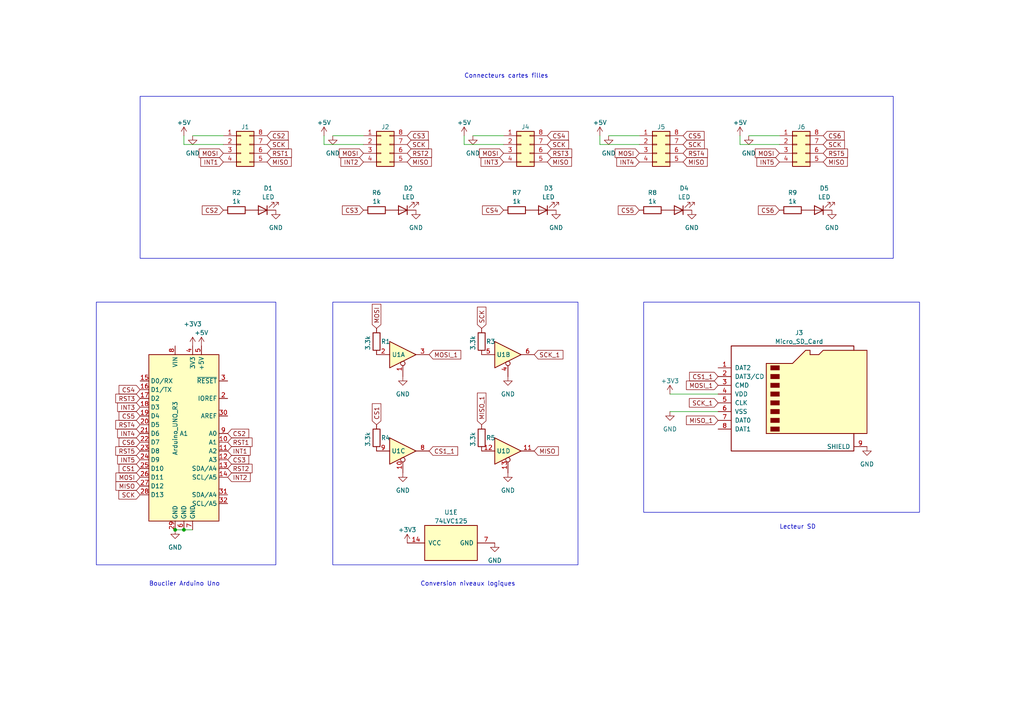
<source format=kicad_sch>
(kicad_sch (version 20230121) (generator eeschema)
  (paper "A4")
  (lib_symbols
    (symbol "74xx:74LVC125" (pin_names (offset 1.016))
      (property "Reference" "U" (at 0 1.27 0))
      (property "Value" "74LVC125" (at 0 -1.27 0))
      (symbol "74LVC125_1_0"
        (polyline (pts (xy -3.81 3.81) (xy -3.81 -3.81) (xy 3.81 0) (xy -3.81 3.81)) (stroke (width 0.254)) (fill (type background)))
        (pin input inverted (at 0 -6.35 90) (length 4.445) (name "~") (number "1"))
        (pin input line (at -7.62 0 0) (length 3.81) (name "~") (number "2"))
        (pin tri_state line (at 7.62 0 180) (length 3.81) (name "~") (number "3"))
      )
      (symbol "74LVC125_2_0"
        (polyline (pts (xy -3.81 3.81) (xy -3.81 -3.81) (xy 3.81 0) (xy -3.81 3.81)) (stroke (width 0.254)) (fill (type background)))
        (pin input inverted (at 0 -6.35 90) (length 4.445) (name "~") (number "4"))
        (pin input line (at -7.62 0 0) (length 3.81) (name "~") (number "5"))
        (pin tri_state line (at 7.62 0 180) (length 3.81) (name "~") (number "6"))
      )
      (symbol "74LVC125_3_0"
        (polyline (pts (xy -3.81 3.81) (xy -3.81 -3.81) (xy 3.81 0) (xy -3.81 3.81)) (stroke (width 0.254)) (fill (type background)))
        (pin input inverted (at 0 -6.35 90) (length 4.445) (name "~") (number "10"))
        (pin tri_state line (at 7.62 0 180) (length 3.81) (name "~") (number "8"))
        (pin input line (at -7.62 0 0) (length 3.81) (name "~") (number "9"))
      )
      (symbol "74LVC125_4_0"
        (polyline (pts (xy -3.81 3.81) (xy -3.81 -3.81) (xy 3.81 0) (xy -3.81 3.81)) (stroke (width 0.254)) (fill (type background)))
        (pin tri_state line (at 7.62 0 180) (length 3.81) (name "~") (number "11"))
        (pin input line (at -7.62 0 0) (length 3.81) (name "~") (number "12"))
        (pin input inverted (at 0 -6.35 90) (length 4.445) (name "~") (number "13"))
      )
      (symbol "74LVC125_5_0"
        (pin power_in line (at 0 12.7 270) (length 5.08) (name "VCC") (number "14"))
        (pin power_in line (at 0 -12.7 90) (length 5.08) (name "GND") (number "7"))
      )
      (symbol "74LVC125_5_1"
        (rectangle (start -5.08 7.62) (end 5.08 -7.62) (stroke (width 0.254)) (fill (type background)))
      )
    )
    (symbol "Connector:Micro_SD_Card" (pin_names (offset 1.016))
      (property "Reference" "J" (at -16.51 15.24 0))
      (property "Value" "Micro_SD_Card" (at 16.51 15.24 0))
      (symbol "Micro_SD_Card_0_1"
        (rectangle (start -7.62 -9.525) (end -5.08 -10.795) (fill (type outline)))
        (rectangle (start -7.62 -6.985) (end -5.08 -8.255) (fill (type outline)))
        (rectangle (start -7.62 -4.445) (end -5.08 -5.715) (fill (type outline)))
        (rectangle (start -7.62 -1.905) (end -5.08 -3.175) (fill (type outline)))
        (rectangle (start -7.62 0.635) (end -5.08 -0.635) (fill (type outline)))
        (rectangle (start -7.62 3.175) (end -5.08 1.905) (fill (type outline)))
        (rectangle (start -7.62 5.715) (end -5.08 4.445) (fill (type outline)))
        (rectangle (start -7.62 8.255) (end -5.08 6.985) (fill (type outline)))
        (polyline (pts (xy 16.51 12.7) (xy 16.51 13.97) (xy -19.05 13.97) (xy -19.05 -16.51) (xy 16.51 -16.51) (xy 16.51 -11.43)) (stroke (width 0.254)))
        (polyline (pts (xy -8.89 -11.43) (xy -8.89 8.89) (xy -1.27 8.89) (xy 2.54 12.7) (xy 3.81 12.7) (xy 3.81 11.43) (xy 6.35 11.43) (xy 7.62 12.7) (xy 20.32 12.7) (xy 20.32 -11.43) (xy -8.89 -11.43)) (stroke (width 0.254)) (fill (type background)))
      )
      (symbol "Micro_SD_Card_1_1"
        (pin bidirectional line (at -22.86 7.62 0) (length 3.81) (name "DAT2") (number "1"))
        (pin bidirectional line (at -22.86 5.08 0) (length 3.81) (name "DAT3/CD") (number "2"))
        (pin input line (at -22.86 2.54 0) (length 3.81) (name "CMD") (number "3"))
        (pin power_in line (at -22.86 0 0) (length 3.81) (name "VDD") (number "4"))
        (pin input line (at -22.86 -2.54 0) (length 3.81) (name "CLK") (number "5"))
        (pin power_in line (at -22.86 -5.08 0) (length 3.81) (name "VSS") (number "6"))
        (pin bidirectional line (at -22.86 -7.62 0) (length 3.81) (name "DAT0") (number "7"))
        (pin bidirectional line (at -22.86 -10.16 0) (length 3.81) (name "DAT1") (number "8"))
        (pin passive line (at 20.32 -15.24 180) (length 3.81) (name "SHIELD") (number "9"))
      )
    )
    (symbol "Connector_Generic:Conn_02x04_Counter_Clockwise" (pin_names (offset 1.016) hide)
      (property "Reference" "J" (at 1.27 5.08 0))
      (property "Value" "Conn_02x04_Counter_Clockwise" (at 1.27 -7.62 0))
      (symbol "Conn_02x04_Counter_Clockwise_1_1"
        (rectangle (start -1.27 -4.953) (end 0 -5.207) (stroke (width 0.1524)))
        (rectangle (start -1.27 -2.413) (end 0 -2.667) (stroke (width 0.1524)))
        (rectangle (start -1.27 0.127) (end 0 -0.127) (stroke (width 0.1524)))
        (rectangle (start -1.27 2.667) (end 0 2.413) (stroke (width 0.1524)))
        (rectangle (start -1.27 3.81) (end 3.81 -6.35) (stroke (width 0.254)) (fill (type background)))
        (rectangle (start 3.81 -4.953) (end 2.54 -5.207) (stroke (width 0.1524)))
        (rectangle (start 3.81 -2.413) (end 2.54 -2.667) (stroke (width 0.1524)))
        (rectangle (start 3.81 0.127) (end 2.54 -0.127) (stroke (width 0.1524)))
        (rectangle (start 3.81 2.667) (end 2.54 2.413) (stroke (width 0.1524)))
        (pin passive line (at -5.08 2.54 0) (length 3.81) (name "Pin_1") (number "1"))
        (pin passive line (at -5.08 0 0) (length 3.81) (name "Pin_2") (number "2"))
        (pin passive line (at -5.08 -2.54 0) (length 3.81) (name "Pin_3") (number "3"))
        (pin passive line (at -5.08 -5.08 0) (length 3.81) (name "Pin_4") (number "4"))
        (pin passive line (at 7.62 -5.08 180) (length 3.81) (name "Pin_5") (number "5"))
        (pin passive line (at 7.62 -2.54 180) (length 3.81) (name "Pin_6") (number "6"))
        (pin passive line (at 7.62 0 180) (length 3.81) (name "Pin_7") (number "7"))
        (pin passive line (at 7.62 2.54 180) (length 3.81) (name "Pin_8") (number "8"))
      )
    )
    (symbol "Device:LED" (pin_numbers hide) (pin_names (offset 1.016) hide)
      (property "Reference" "D" (at 0 2.54 0))
      (property "Value" "LED" (at 0 -2.54 0))
      (symbol "LED_0_1"
        (polyline (pts (xy -1.27 -1.27) (xy -1.27 1.27)) (stroke (width 0.254)))
        (polyline (pts (xy -1.27 0) (xy 1.27 0)))
        (polyline (pts (xy 1.27 -1.27) (xy 1.27 1.27) (xy -1.27 0) (xy 1.27 -1.27)) (stroke (width 0.254)))
        (polyline (pts (xy -3.048 -0.762) (xy -4.572 -2.286) (xy -3.81 -2.286) (xy -4.572 -2.286) (xy -4.572 -1.524)))
        (polyline (pts (xy -1.778 -0.762) (xy -3.302 -2.286) (xy -2.54 -2.286) (xy -3.302 -2.286) (xy -3.302 -1.524)))
      )
      (symbol "LED_1_1"
        (pin passive line (at -3.81 0 0) (length 2.54) (name "K") (number "1"))
        (pin passive line (at 3.81 0 180) (length 2.54) (name "A") (number "2"))
      )
    )
    (symbol "Device:R" (pin_numbers hide) (pin_names (offset 0))
      (property "Reference" "R" (at 2.032 0 90))
      (property "Value" "R" (at 0 0 90))
      (symbol "R_0_1"
        (rectangle (start -1.016 -2.54) (end 1.016 2.54) (stroke (width 0.254)))
      )
      (symbol "R_1_1"
        (pin passive line (at 0 3.81 270) (length 1.27) (name "~") (number "1"))
        (pin passive line (at 0 -3.81 90) (length 1.27) (name "~") (number "2"))
      )
    )
    (symbol "MCU_Module:Arduino_UNO_R3"
      (property "Reference" "A" (at -10.16 23.495 0))
      (property "Value" "Arduino_UNO_R3" (at 5.08 -26.67 0))
      (symbol "Arduino_UNO_R3_0_1"
        (rectangle (start -10.16 22.86) (end 10.16 -25.4) (stroke (width 0.254)) (fill (type background)))
      )
      (symbol "Arduino_UNO_R3_1_1"
        (pin no_connect line (at -10.16 -20.32 0) (length 2.54) hide (name "NC") (number "1"))
        (pin bidirectional line (at 12.7 -2.54 180) (length 2.54) (name "A1") (number "10"))
        (pin bidirectional line (at 12.7 -5.08 180) (length 2.54) (name "A2") (number "11"))
        (pin bidirectional line (at 12.7 -7.62 180) (length 2.54) (name "A3") (number "12"))
        (pin bidirectional line (at 12.7 -10.16 180) (length 2.54) (name "SDA/A4") (number "13"))
        (pin bidirectional line (at 12.7 -12.7 180) (length 2.54) (name "SCL/A5") (number "14"))
        (pin bidirectional line (at -12.7 15.24 0) (length 2.54) (name "D0/RX") (number "15"))
        (pin bidirectional line (at -12.7 12.7 0) (length 2.54) (name "D1/TX") (number "16"))
        (pin bidirectional line (at -12.7 10.16 0) (length 2.54) (name "D2") (number "17"))
        (pin bidirectional line (at -12.7 7.62 0) (length 2.54) (name "D3") (number "18"))
        (pin bidirectional line (at -12.7 5.08 0) (length 2.54) (name "D4") (number "19"))
        (pin output line (at 12.7 10.16 180) (length 2.54) (name "IOREF") (number "2"))
        (pin bidirectional line (at -12.7 2.54 0) (length 2.54) (name "D5") (number "20"))
        (pin bidirectional line (at -12.7 0 0) (length 2.54) (name "D6") (number "21"))
        (pin bidirectional line (at -12.7 -2.54 0) (length 2.54) (name "D7") (number "22"))
        (pin bidirectional line (at -12.7 -5.08 0) (length 2.54) (name "D8") (number "23"))
        (pin bidirectional line (at -12.7 -7.62 0) (length 2.54) (name "D9") (number "24"))
        (pin bidirectional line (at -12.7 -10.16 0) (length 2.54) (name "D10") (number "25"))
        (pin bidirectional line (at -12.7 -12.7 0) (length 2.54) (name "D11") (number "26"))
        (pin bidirectional line (at -12.7 -15.24 0) (length 2.54) (name "D12") (number "27"))
        (pin bidirectional line (at -12.7 -17.78 0) (length 2.54) (name "D13") (number "28"))
        (pin power_in line (at -2.54 -27.94 90) (length 2.54) (name "GND") (number "29"))
        (pin input line (at 12.7 15.24 180) (length 2.54) (name "~{RESET}") (number "3"))
        (pin input line (at 12.7 5.08 180) (length 2.54) (name "AREF") (number "30"))
        (pin bidirectional line (at 12.7 -17.78 180) (length 2.54) (name "SDA/A4") (number "31"))
        (pin bidirectional line (at 12.7 -20.32 180) (length 2.54) (name "SCL/A5") (number "32"))
        (pin power_out line (at 2.54 25.4 270) (length 2.54) (name "3V3") (number "4"))
        (pin power_out line (at 5.08 25.4 270) (length 2.54) (name "+5V") (number "5"))
        (pin power_in line (at 0 -27.94 90) (length 2.54) (name "GND") (number "6"))
        (pin power_in line (at 2.54 -27.94 90) (length 2.54) (name "GND") (number "7"))
        (pin power_in line (at -2.54 25.4 270) (length 2.54) (name "VIN") (number "8"))
        (pin bidirectional line (at 12.7 0 180) (length 2.54) (name "A0") (number "9"))
      )
    )
    (symbol "power:+3.3V" (power) (pin_names (offset 0))
      (property "Value" "+3.3V" (at 0 3.556 0))
      (symbol "+3.3V_0_1"
        (polyline (pts (xy -0.762 1.27) (xy 0 2.54)))
        (polyline (pts (xy 0 0) (xy 0 2.54)))
        (polyline (pts (xy 0 2.54) (xy 0.762 1.27)))
      )
      (symbol "+3.3V_1_1"
        (pin power_in line (at 0 0 90) (length 0) hide (name "+3V3") (number "1"))
      )
    )
    (symbol "power:+5V" (power) (pin_names (offset 0))
      (property "Value" "+5V" (at 0 3.556 0))
      (symbol "+5V_0_1"
        (polyline (pts (xy -0.762 1.27) (xy 0 2.54)))
        (polyline (pts (xy 0 0) (xy 0 2.54)))
        (polyline (pts (xy 0 2.54) (xy 0.762 1.27)))
      )
      (symbol "+5V_1_1"
        (pin power_in line (at 0 0 90) (length 0) hide (name "+5V") (number "1"))
      )
    )
    (symbol "power:GND" (power) (pin_names (offset 0))
      (property "Value" "GND" (at 0 -3.81 0))
      (symbol "GND_0_1"
        (polyline (pts (xy 0 0) (xy 0 -1.27) (xy 1.27 -1.27) (xy 0 -2.54) (xy -1.27 -1.27) (xy 0 -1.27)))
      )
      (symbol "GND_1_1"
        (pin power_in line (at 0 0 270) (length 0) hide (name "GND") (number "1"))
      )
    )
  )
  (junction (at 50.8 153.67))
  (junction (at 53.34 153.67))
  (wire (pts (xy 194.31 114.3) (xy 208.28 114.3)))
  (wire (pts (xy 226.06 41.91) (xy 214.63 41.91)))
  (wire (pts (xy 185.42 41.91) (xy 173.99 41.91)))
  (wire (pts (xy 217.17 39.37) (xy 226.06 39.37)))
  (wire (pts (xy 105.41 41.91) (xy 93.98 41.91)))
  (wire (pts (xy 214.63 41.91) (xy 214.63 39.37)))
  (wire (pts (xy 146.05 41.91) (xy 134.62 41.91)))
  (wire (pts (xy 96.52 39.37) (xy 105.41 39.37)))
  (wire (pts (xy 194.31 119.38) (xy 208.28 119.38)))
  (wire (pts (xy 137.16 39.37) (xy 146.05 39.37)))
  (wire (pts (xy 176.53 39.37) (xy 185.42 39.37)))
  (wire (pts (xy 53.34 153.67) (xy 55.88 153.67)))
  (wire (pts (xy 173.99 41.91) (xy 173.99 39.37)))
  (wire (pts (xy 93.98 41.91) (xy 93.98 39.37)))
  (wire (pts (xy 64.77 41.91) (xy 53.34 41.91)))
  (wire (pts (xy 55.88 39.37) (xy 64.77 39.37)))
  (wire (pts (xy 134.62 41.91) (xy 134.62 39.37)))
  (wire (pts (xy 50.8 153.67) (xy 53.34 153.67)))
  (wire (pts (xy 53.34 41.91) (xy 53.34 39.37)))
  (rectangle (start 40.64 27.94) (end 259.08 74.93))
  (rectangle (start 27.94 87.63) (end 80.01 163.83))
  (rectangle (start 96.52 87.63) (end 167.64 163.83))
  (rectangle (start 186.69 87.63) (end 266.7 148.59))
  (text "Lecteur SD" (at 226.06 153.67 0) (effects (font (size 1.27 1.27)) (justify left bottom)))
  (text "Connecteurs cartes filles" (at 134.62 22.86 0) (effects (font (size 1.27 1.27)) (justify left bottom)))
  (text "Conversion niveaux logiques" (at 121.92 170.18 0) (effects (font (size 1.27 1.27)) (justify left bottom)))
  (text "Bouclier Arduino Uno" (at 43.18 170.18 0) (effects (font (size 1.27 1.27)) (justify left bottom)))
  (global_label "CS1" (shape input) (at 40.64 135.89 180) (property "Intersheetrefs" "${INTERSHEET_REFS}" (effects hide)))
  (global_label "SCK" (shape input) (at 139.7 95.25 90) (property "Intersheetrefs" "${INTERSHEET_REFS}" (effects hide)))
  (global_label "SCK" (shape input) (at 118.11 41.91 0) (property "Intersheetrefs" "${INTERSHEET_REFS}" (effects hide)))
  (global_label "RST2" (shape input) (at 118.11 44.45 0) (property "Intersheetrefs" "${INTERSHEET_REFS}" (effects hide)))
  (global_label "MISO" (shape input) (at 118.11 46.99 0) (property "Intersheetrefs" "${INTERSHEET_REFS}" (effects hide)))
  (global_label "CS3" (shape input) (at 66.04 133.35 0) (property "Intersheetrefs" "${INTERSHEET_REFS}" (effects hide)))
  (global_label "MOSI_1" (shape input) (at 208.28 111.76 180) (property "Intersheetrefs" "${INTERSHEET_REFS}" (effects hide)))
  (global_label "RST3" (shape input) (at 40.64 115.57 180) (property "Intersheetrefs" "${INTERSHEET_REFS}" (effects hide)))
  (global_label "INT4" (shape input) (at 40.64 125.73 180) (property "Intersheetrefs" "${INTERSHEET_REFS}" (effects hide)))
  (global_label "CS2" (shape input) (at 77.47 39.37 0) (property "Intersheetrefs" "${INTERSHEET_REFS}" (effects hide)))
  (global_label "MOSI" (shape input) (at 40.64 138.43 180) (property "Intersheetrefs" "${INTERSHEET_REFS}" (effects hide)))
  (global_label "MOSI_1" (shape input) (at 124.46 102.87 0) (property "Intersheetrefs" "${INTERSHEET_REFS}" (effects hide)))
  (global_label "CS5" (shape input) (at 198.12 39.37 0) (property "Intersheetrefs" "${INTERSHEET_REFS}" (effects hide)))
  (global_label "MISO" (shape input) (at 154.94 130.81 0) (property "Intersheetrefs" "${INTERSHEET_REFS}" (effects hide)))
  (global_label "RST1" (shape input) (at 77.47 44.45 0) (property "Intersheetrefs" "${INTERSHEET_REFS}" (effects hide)))
  (global_label "RST2" (shape input) (at 66.04 135.89 0) (property "Intersheetrefs" "${INTERSHEET_REFS}" (effects hide)))
  (global_label "SCK" (shape input) (at 198.12 41.91 0) (property "Intersheetrefs" "${INTERSHEET_REFS}" (effects hide)))
  (global_label "MISO" (shape input) (at 40.64 140.97 180) (property "Intersheetrefs" "${INTERSHEET_REFS}" (effects hide)))
  (global_label "SCK" (shape input) (at 40.64 143.51 180) (property "Intersheetrefs" "${INTERSHEET_REFS}" (effects hide)))
  (global_label "CS1" (shape input) (at 109.22 123.19 90) (property "Intersheetrefs" "${INTERSHEET_REFS}" (effects hide)))
  (global_label "MISO" (shape input) (at 77.47 46.99 0) (property "Intersheetrefs" "${INTERSHEET_REFS}" (effects hide)))
  (global_label "MISO" (shape input) (at 238.76 46.99 0) (property "Intersheetrefs" "${INTERSHEET_REFS}" (effects hide)))
  (global_label "RST4" (shape input) (at 40.64 123.19 180) (property "Intersheetrefs" "${INTERSHEET_REFS}" (effects hide)))
  (global_label "MOSI" (shape input) (at 185.42 44.45 180) (property "Intersheetrefs" "${INTERSHEET_REFS}" (effects hide)))
  (global_label "INT4" (shape input) (at 185.42 46.99 180) (property "Intersheetrefs" "${INTERSHEET_REFS}" (effects hide)))
  (global_label "CS6" (shape input) (at 40.64 128.27 180) (property "Intersheetrefs" "${INTERSHEET_REFS}" (effects hide)))
  (global_label "RST5" (shape input) (at 238.76 44.45 0) (property "Intersheetrefs" "${INTERSHEET_REFS}" (effects hide)))
  (global_label "CS4" (shape input) (at 146.05 60.96 180) (property "Intersheetrefs" "${INTERSHEET_REFS}" (effects hide)))
  (global_label "MOSI" (shape input) (at 109.22 95.25 90) (property "Intersheetrefs" "${INTERSHEET_REFS}" (effects hide)))
  (global_label "MISO" (shape input) (at 158.75 46.99 0) (property "Intersheetrefs" "${INTERSHEET_REFS}" (effects hide)))
  (global_label "MOSI" (shape input) (at 146.05 44.45 180) (property "Intersheetrefs" "${INTERSHEET_REFS}" (effects hide)))
  (global_label "SCK_1" (shape input) (at 154.94 102.87 0) (property "Intersheetrefs" "${INTERSHEET_REFS}" (effects hide)))
  (global_label "MISO" (shape input) (at 198.12 46.99 0) (property "Intersheetrefs" "${INTERSHEET_REFS}" (effects hide)))
  (global_label "RST3" (shape input) (at 158.75 44.45 0) (property "Intersheetrefs" "${INTERSHEET_REFS}" (effects hide)))
  (global_label "RST5" (shape input) (at 40.64 130.81 180) (property "Intersheetrefs" "${INTERSHEET_REFS}" (effects hide)))
  (global_label "MISO_1" (shape input) (at 208.28 121.92 180) (property "Intersheetrefs" "${INTERSHEET_REFS}" (effects hide)))
  (global_label "MISO_1" (shape input) (at 139.7 123.19 90) (property "Intersheetrefs" "${INTERSHEET_REFS}" (effects hide)))
  (global_label "MOSI" (shape input) (at 226.06 44.45 180) (property "Intersheetrefs" "${INTERSHEET_REFS}" (effects hide)))
  (global_label "CS2" (shape input) (at 64.77 60.96 180) (property "Intersheetrefs" "${INTERSHEET_REFS}" (effects hide)))
  (global_label "SCK" (shape input) (at 238.76 41.91 0) (property "Intersheetrefs" "${INTERSHEET_REFS}" (effects hide)))
  (global_label "CS4" (shape input) (at 158.75 39.37 0) (property "Intersheetrefs" "${INTERSHEET_REFS}" (effects hide)))
  (global_label "SCK_1" (shape input) (at 208.28 116.84 180) (property "Intersheetrefs" "${INTERSHEET_REFS}" (effects hide)))
  (global_label "CS1_1" (shape input) (at 124.46 130.81 0) (property "Intersheetrefs" "${INTERSHEET_REFS}" (effects hide)))
  (global_label "CS1_1" (shape input) (at 208.28 109.22 180) (property "Intersheetrefs" "${INTERSHEET_REFS}" (effects hide)))
  (global_label "SCK" (shape input) (at 77.47 41.91 0) (property "Intersheetrefs" "${INTERSHEET_REFS}" (effects hide)))
  (global_label "CS4" (shape input) (at 40.64 113.03 180) (property "Intersheetrefs" "${INTERSHEET_REFS}" (effects hide)))
  (global_label "INT3" (shape input) (at 146.05 46.99 180) (property "Intersheetrefs" "${INTERSHEET_REFS}" (effects hide)))
  (global_label "INT5" (shape input) (at 226.06 46.99 180) (property "Intersheetrefs" "${INTERSHEET_REFS}" (effects hide)))
  (global_label "SCK" (shape input) (at 158.75 41.91 0) (property "Intersheetrefs" "${INTERSHEET_REFS}" (effects hide)))
  (global_label "MOSI" (shape input) (at 64.77 44.45 180) (property "Intersheetrefs" "${INTERSHEET_REFS}" (effects hide)))
  (global_label "INT5" (shape input) (at 40.64 133.35 180) (property "Intersheetrefs" "${INTERSHEET_REFS}" (effects hide)))
  (global_label "INT2" (shape input) (at 105.41 46.99 180) (property "Intersheetrefs" "${INTERSHEET_REFS}" (effects hide)))
  (global_label "CS3" (shape input) (at 105.41 60.96 180) (property "Intersheetrefs" "${INTERSHEET_REFS}" (effects hide)))
  (global_label "INT1" (shape input) (at 64.77 46.99 180) (property "Intersheetrefs" "${INTERSHEET_REFS}" (effects hide)))
  (global_label "CS5" (shape input) (at 40.64 120.65 180) (property "Intersheetrefs" "${INTERSHEET_REFS}" (effects hide)))
  (global_label "CS6" (shape input) (at 226.06 60.96 180) (property "Intersheetrefs" "${INTERSHEET_REFS}" (effects hide)))
  (global_label "MOSI" (shape input) (at 105.41 44.45 180) (property "Intersheetrefs" "${INTERSHEET_REFS}" (effects hide)))
  (global_label "RST1" (shape input) (at 66.04 128.27 0) (property "Intersheetrefs" "${INTERSHEET_REFS}" (effects hide)))
  (global_label "INT1" (shape input) (at 66.04 130.81 0) (property "Intersheetrefs" "${INTERSHEET_REFS}" (effects hide)))
  (global_label "INT3" (shape input) (at 40.64 118.11 180) (property "Intersheetrefs" "${INTERSHEET_REFS}" (effects hide)))
  (global_label "CS6" (shape input) (at 238.76 39.37 0) (property "Intersheetrefs" "${INTERSHEET_REFS}" (effects hide)))
  (global_label "CS3" (shape input) (at 118.11 39.37 0) (property "Intersheetrefs" "${INTERSHEET_REFS}" (effects hide)))
  (global_label "INT2" (shape input) (at 66.04 138.43 0) (property "Intersheetrefs" "${INTERSHEET_REFS}" (effects hide)))
  (global_label "CS5" (shape input) (at 185.42 60.96 180) (property "Intersheetrefs" "${INTERSHEET_REFS}" (effects hide)))
  (global_label "RST4" (shape input) (at 198.12 44.45 0) (property "Intersheetrefs" "${INTERSHEET_REFS}" (effects hide)))
  (global_label "CS2" (shape input) (at 66.04 125.73 0) (property "Intersheetrefs" "${INTERSHEET_REFS}" (effects hide)))
  (symbol (lib_id "Connector:Micro_SD_Card") (at 231.14 114.3 0) (unit 1)
    (property "Reference" "J3" (at 231.775 96.52 0))
    (property "Value" "Micro_SD_Card" (at 231.775 99.06 0))
    (property "Footprint" "Connector_Card:microSD_HC_Hirose_DM3D-SF" (effects hide))
    (property "Datasheet" "http://katalog.we-online.de/em/datasheet/693072010801.pdf" (effects hide))
  )
  (symbol (lib_id "power:GND") (at 147.32 137.16 0) (unit 1)
    (property "Reference" "#PWR04" (effects hide))
    (property "Value" "GND" (at 147.32 142.24 0))
  )
  (symbol (lib_id "Device:R") (at 68.58 60.96 90) (unit 1)
    (property "Reference" "R2" (at 68.58 55.88 90))
    (property "Value" "1k" (at 68.58 58.42 90))
    (property "Footprint" "Resistor_SMD:R_0603_1608Metric_Pad0.98x0.95mm_HandSolder" (effects hide))
  )
  (symbol (lib_id "Device:R") (at 109.22 127 0) (unit 1)
    (property "Reference" "R4" (at 110.49 127 0) (effects (justify left)))
    (property "Value" "3.3k" (at 106.68 129.54 90) (effects (justify left)))
    (property "Footprint" "Resistor_SMD:R_0603_1608Metric_Pad0.98x0.95mm_HandSolder" (effects hide))
  )
  (symbol (lib_id "power:GND") (at 241.3 60.96 0) (unit 1)
    (property "Reference" "#PWR027" (effects hide))
    (property "Value" "GND" (at 241.3 66.04 0))
  )
  (symbol (lib_id "74xx:74LVC125") (at 130.81 157.48 90) (unit 5)
    (property "Reference" "U1" (at 130.81 148.59 90))
    (property "Value" "74LVC125" (at 130.81 151.13 90))
    (property "Footprint" "Package_SO:SOIC-14_3.9x8.7mm_P1.27mm" (effects hide))
    (property "Datasheet" "http://www.ti.com/lit/gpn/sn74LVC125" (effects hide))
  )
  (symbol (lib_id "Device:LED") (at 76.2 60.96 180) (unit 1)
    (property "Reference" "D1" (at 77.7875 54.61 0))
    (property "Value" "LED" (at 77.7875 57.15 0))
    (property "Footprint" "LED_SMD:LED_0603_1608Metric_Pad1.05x0.95mm_HandSolder" (effects hide))
  )
  (symbol (lib_id "MCU_Module:Arduino_UNO_R3") (at 53.34 125.73 0) (unit 1)
    (property "Reference" "A1" (at 52.07 125.73 0) (effects (justify left)))
    (property "Value" "Arduino_UNO_R3" (at 50.8 132.08 90) (effects (justify left)))
    (property "Footprint" "Module:Arduino_UNO_R3" (effects hide))
    (property "Datasheet" "https://www.arduino.cc/en/Main/arduinoBoardUno" (effects hide))
  )
  (symbol (lib_id "74xx:74LVC125") (at 147.32 102.87 0) (unit 2)
    (property "Reference" "U1" (at 146.05 102.87 0))
    (property "Value" "74LVC125" (effects hide))
    (property "Footprint" "Package_SO:SOIC-14_3.9x8.7mm_P1.27mm" (effects hide))
    (property "Datasheet" "http://www.ti.com/lit/gpn/sn74LVC125" (effects hide))
  )
  (symbol (lib_id "power:GND") (at 143.51 157.48 0) (unit 1)
    (property "Reference" "#PWR05" (effects hide))
    (property "Value" "GND" (at 143.51 162.56 0))
  )
  (symbol (lib_id "power:+5V") (at 58.42 100.33 0) (unit 1)
    (property "Reference" "#PWR08" (effects hide))
    (property "Value" "+5V" (at 58.42 96.52 0))
  )
  (symbol (lib_id "power:GND") (at 120.65 60.96 0) (unit 1)
    (property "Reference" "#PWR018" (effects hide))
    (property "Value" "GND" (at 120.65 66.04 0))
  )
  (symbol (lib_id "Device:R") (at 189.23 60.96 90) (unit 1)
    (property "Reference" "R8" (at 189.23 55.88 90))
    (property "Value" "1k" (at 189.23 58.42 90))
    (property "Footprint" "Resistor_SMD:R_0603_1608Metric_Pad0.98x0.95mm_HandSolder" (effects hide))
  )
  (symbol (lib_id "Device:R") (at 149.86 60.96 90) (unit 1)
    (property "Reference" "R7" (at 149.86 55.88 90))
    (property "Value" "1k" (at 149.86 58.42 90))
    (property "Footprint" "Resistor_SMD:R_0603_1608Metric_Pad0.98x0.95mm_HandSolder" (effects hide))
  )
  (symbol (lib_id "Device:LED") (at 196.85 60.96 180) (unit 1)
    (property "Reference" "D4" (at 198.4375 54.61 0))
    (property "Value" "LED" (at 198.4375 57.15 0))
    (property "Footprint" "LED_SMD:LED_0603_1608Metric_Pad1.05x0.95mm_HandSolder" (effects hide))
  )
  (symbol (lib_id "power:+3.3V") (at 194.31 114.3 0) (unit 1)
    (property "Reference" "#PWR011" (effects hide))
    (property "Value" "+3.3V" (at 194.31 110.49 0))
  )
  (symbol (lib_id "power:+5V") (at 93.98 39.37 0) (unit 1)
    (property "Reference" "#PWR016" (effects hide))
    (property "Value" "+5V" (at 93.98 35.56 0))
  )
  (symbol (lib_id "power:GND") (at 137.16 39.37 0) (unit 1)
    (property "Reference" "#PWR020" (effects hide))
    (property "Value" "GND" (at 137.16 44.45 0))
  )
  (symbol (lib_id "power:GND") (at 96.52 39.37 0) (unit 1)
    (property "Reference" "#PWR017" (effects hide))
    (property "Value" "GND" (at 96.52 44.45 0))
  )
  (symbol (lib_id "power:+5V") (at 134.62 39.37 0) (unit 1)
    (property "Reference" "#PWR019" (effects hide))
    (property "Value" "+5V" (at 134.62 35.56 0))
  )
  (symbol (lib_id "Device:R") (at 139.7 127 0) (unit 1)
    (property "Reference" "R5" (at 140.97 127 0) (effects (justify left)))
    (property "Value" "3.3k" (at 137.16 129.54 90) (effects (justify left)))
    (property "Footprint" "Resistor_SMD:R_0603_1608Metric_Pad0.98x0.95mm_HandSolder" (effects hide))
  )
  (symbol (lib_id "power:GND") (at 116.84 109.22 0) (unit 1)
    (property "Reference" "#PWR01" (effects hide))
    (property "Value" "GND" (at 116.84 114.3 0))
  )
  (symbol (lib_id "Connector_Generic:Conn_02x04_Counter_Clockwise") (at 151.13 41.91 0) (unit 1)
    (property "Reference" "J4" (at 152.4 36.83 0))
    (property "Value" "Conn_02x04_Counter_Clockwise" (effects hide))
    (property "Footprint" "Connector_PinHeader_2.54mm:PinHeader_2x04_P2.54mm_Vertical" (effects hide))
  )
  (symbol (lib_id "power:GND") (at 200.66 60.96 0) (unit 1)
    (property "Reference" "#PWR024" (effects hide))
    (property "Value" "GND" (at 200.66 66.04 0))
  )
  (symbol (lib_id "Device:LED") (at 116.84 60.96 180) (unit 1)
    (property "Reference" "D2" (at 118.4275 54.61 0))
    (property "Value" "LED" (at 118.4275 57.15 0))
    (property "Footprint" "LED_SMD:LED_0603_1608Metric_Pad1.05x0.95mm_HandSolder" (effects hide))
  )
  (symbol (lib_id "power:GND") (at 251.46 129.54 0) (unit 1)
    (property "Reference" "#PWR012" (effects hide))
    (property "Value" "GND" (at 251.46 134.62 0))
  )
  (symbol (lib_id "74xx:74LVC125") (at 116.84 130.81 0) (unit 3)
    (property "Reference" "U1" (at 115.57 130.81 0))
    (property "Value" "74LVC125" (effects hide))
    (property "Footprint" "Package_SO:SOIC-14_3.9x8.7mm_P1.27mm" (effects hide))
    (property "Datasheet" "http://www.ti.com/lit/gpn/sn74LVC125" (effects hide))
  )
  (symbol (lib_id "power:+3.3V") (at 55.88 100.33 0) (unit 1)
    (property "Reference" "#PWR07" (effects hide))
    (property "Value" "+3.3V" (at 55.88 93.98 0))
  )
  (symbol (lib_id "Connector_Generic:Conn_02x04_Counter_Clockwise") (at 69.85 41.91 0) (unit 1)
    (property "Reference" "J1" (at 71.12 36.83 0))
    (property "Value" "Conn_02x04_Counter_Clockwise" (effects hide))
    (property "Footprint" "Connector_PinHeader_2.54mm:PinHeader_2x04_P2.54mm_Vertical" (effects hide))
  )
  (symbol (lib_id "power:+5V") (at 173.99 39.37 0) (unit 1)
    (property "Reference" "#PWR022" (effects hide))
    (property "Value" "+5V" (at 173.99 35.56 0))
  )
  (symbol (lib_id "power:GND") (at 194.31 119.38 0) (unit 1)
    (property "Reference" "#PWR010" (effects hide))
    (property "Value" "GND" (at 194.31 124.46 0))
  )
  (symbol (lib_id "74xx:74LVC125") (at 147.32 130.81 0) (unit 4)
    (property "Reference" "U1" (at 146.05 130.81 0))
    (property "Value" "74LVC125" (effects hide))
    (property "Footprint" "Package_SO:SOIC-14_3.9x8.7mm_P1.27mm" (effects hide))
    (property "Datasheet" "http://www.ti.com/lit/gpn/sn74LVC125" (effects hide))
  )
  (symbol (lib_id "Connector_Generic:Conn_02x04_Counter_Clockwise") (at 190.5 41.91 0) (unit 1)
    (property "Reference" "J5" (at 191.77 36.83 0))
    (property "Value" "Conn_02x04_Counter_Clockwise" (effects hide))
    (property "Footprint" "Connector_PinHeader_2.54mm:PinHeader_2x04_P2.54mm_Vertical" (effects hide))
  )
  (symbol (lib_id "Device:LED") (at 157.48 60.96 180) (unit 1)
    (property "Reference" "D3" (at 159.0675 54.61 0))
    (property "Value" "LED" (at 159.0675 57.15 0))
    (property "Footprint" "LED_SMD:LED_0603_1608Metric_Pad1.05x0.95mm_HandSolder" (effects hide))
  )
  (symbol (lib_id "power:GND") (at 217.17 39.37 0) (unit 1)
    (property "Reference" "#PWR026" (effects hide))
    (property "Value" "GND" (at 217.17 44.45 0))
  )
  (symbol (lib_id "power:GND") (at 176.53 39.37 0) (unit 1)
    (property "Reference" "#PWR023" (effects hide))
    (property "Value" "GND" (at 176.53 44.45 0))
  )
  (symbol (lib_id "power:+5V") (at 214.63 39.37 0) (unit 1)
    (property "Reference" "#PWR025" (effects hide))
    (property "Value" "+5V" (at 214.63 35.56 0))
  )
  (symbol (lib_id "power:GND") (at 80.01 60.96 0) (unit 1)
    (property "Reference" "#PWR013" (effects hide))
    (property "Value" "GND" (at 80.01 66.04 0))
  )
  (symbol (lib_id "Device:R") (at 229.87 60.96 90) (unit 1)
    (property "Reference" "R9" (at 229.87 55.88 90))
    (property "Value" "1k" (at 229.87 58.42 90))
    (property "Footprint" "Resistor_SMD:R_0603_1608Metric_Pad0.98x0.95mm_HandSolder" (effects hide))
  )
  (symbol (lib_id "power:GND") (at 55.88 39.37 0) (unit 1)
    (property "Reference" "#PWR015" (effects hide))
    (property "Value" "GND" (at 55.88 44.45 0))
  )
  (symbol (lib_id "power:+3.3V") (at 118.11 157.48 0) (unit 1)
    (property "Reference" "#PWR06" (effects hide))
    (property "Value" "+3.3V" (at 118.11 153.67 0))
  )
  (symbol (lib_id "Device:R") (at 109.22 99.06 0) (unit 1)
    (property "Reference" "R1" (at 110.49 99.06 0) (effects (justify left)))
    (property "Value" "3.3k" (at 106.68 101.6 90) (effects (justify left)))
    (property "Footprint" "Resistor_SMD:R_0603_1608Metric_Pad0.98x0.95mm_HandSolder" (effects hide))
  )
  (symbol (lib_id "Connector_Generic:Conn_02x04_Counter_Clockwise") (at 110.49 41.91 0) (unit 1)
    (property "Reference" "J2" (at 111.76 36.83 0))
    (property "Value" "Conn_02x04_Counter_Clockwise" (effects hide))
    (property "Footprint" "Connector_PinHeader_2.54mm:PinHeader_2x04_P2.54mm_Vertical" (effects hide))
  )
  (symbol (lib_id "Device:LED") (at 237.49 60.96 180) (unit 1)
    (property "Reference" "D5" (at 239.0775 54.61 0))
    (property "Value" "LED" (at 239.0775 57.15 0))
    (property "Footprint" "LED_SMD:LED_0603_1608Metric_Pad1.05x0.95mm_HandSolder" (effects hide))
  )
  (symbol (lib_id "power:GND") (at 161.29 60.96 0) (unit 1)
    (property "Reference" "#PWR021" (effects hide))
    (property "Value" "GND" (at 161.29 66.04 0))
  )
  (symbol (lib_id "power:GND") (at 116.84 137.16 0) (unit 1)
    (property "Reference" "#PWR03" (effects hide))
    (property "Value" "GND" (at 116.84 142.24 0))
  )
  (symbol (lib_id "power:GND") (at 147.32 109.22 0) (unit 1)
    (property "Reference" "#PWR02" (effects hide))
    (property "Value" "GND" (at 147.32 114.3 0))
  )
  (symbol (lib_id "Device:R") (at 139.7 99.06 0) (unit 1)
    (property "Reference" "R3" (at 140.97 99.06 0) (effects (justify left)))
    (property "Value" "3.3k" (at 137.16 101.6 90) (effects (justify left)))
    (property "Footprint" "Resistor_SMD:R_0603_1608Metric_Pad0.98x0.95mm_HandSolder" (effects hide))
  )
  (symbol (lib_id "power:+5V") (at 53.34 39.37 0) (unit 1)
    (property "Reference" "#PWR014" (effects hide))
    (property "Value" "+5V" (at 53.34 35.56 0))
  )
  (symbol (lib_id "Connector_Generic:Conn_02x04_Counter_Clockwise") (at 231.14 41.91 0) (unit 1)
    (property "Reference" "J6" (at 232.41 36.83 0))
    (property "Value" "Conn_02x04_Counter_Clockwise" (effects hide))
    (property "Footprint" "Connector_PinHeader_2.54mm:PinHeader_2x04_P2.54mm_Vertical" (effects hide))
  )
  (symbol (lib_id "power:GND") (at 50.8 153.67 0) (unit 1)
    (property "Reference" "#PWR09" (effects hide))
    (property "Value" "GND" (at 50.8 158.75 0))
  )
  (symbol (lib_id "74xx:74LVC125") (at 116.84 102.87 0) (unit 1)
    (property "Reference" "U1" (at 115.57 102.87 0))
    (property "Value" "74LVC125" (effects hide))
    (property "Footprint" "Package_SO:SOIC-14_3.9x8.7mm_P1.27mm" (effects hide))
    (property "Datasheet" "http://www.ti.com/lit/gpn/sn74LVC125" (effects hide))
  )
  (symbol (lib_id "Device:R") (at 109.22 60.96 90) (unit 1)
    (property "Reference" "R6" (at 109.22 55.88 90))
    (property "Value" "1k" (at 109.22 58.42 90))
    (property "Footprint" "Resistor_SMD:R_0603_1608Metric_Pad0.98x0.95mm_HandSolder" (effects hide))
  )
)
</source>
